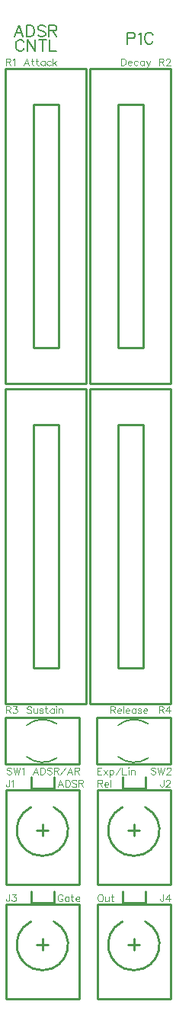
<source format=gbr>
G04 DipTrace 2.4.0.2*
%INTopSilk.gbr*%
%MOMM*%
%ADD10C,0.25*%
%ADD11C,0.152*%
%ADD48C,0.118*%
%ADD50C,0.196*%
%FSLAX53Y53*%
G04*
G71*
G90*
G75*
G01*
%LNTopSilk*%
%LPD*%
X381Y23800D2*
D10*
X8509D1*
Y13309D1*
X381D1*
Y23800D1*
X3181Y23954D2*
X5709D1*
X5715Y21843D2*
G02X3175Y21843I-1270J-2549D01*
G01*
X4445Y18669D2*
Y19938D1*
X5081Y19305D2*
X3809D1*
X3181Y25224D2*
Y23826D1*
X5709Y25224D2*
Y23826D1*
X10541Y23800D2*
X18669D1*
Y13309D1*
X10541D1*
Y23800D1*
X13341Y23954D2*
X15869D1*
X15875Y21843D2*
G02X13335Y21843I-1270J-2549D01*
G01*
X14605Y18669D2*
Y19938D1*
X15241Y19305D2*
X13969D1*
X13341Y25224D2*
Y23826D1*
X15869Y25224D2*
Y23826D1*
X381Y11100D2*
X8509D1*
Y609D1*
X381D1*
Y11100D1*
X3181Y11254D2*
X5709D1*
X5715Y9143D2*
G02X3175Y9143I-1270J-2549D01*
G01*
X4445Y5969D2*
Y7238D1*
X5081Y6605D2*
X3809D1*
X3181Y12524D2*
Y11126D1*
X5709Y12524D2*
Y11126D1*
X10541Y11100D2*
X18669D1*
Y609D1*
X10541D1*
Y11100D1*
X13341Y11254D2*
X15869D1*
X15875Y9143D2*
G02X13335Y9143I-1270J-2549D01*
G01*
X14605Y5969D2*
Y7238D1*
X15241Y6605D2*
X13969D1*
X13341Y12524D2*
Y11126D1*
X15869Y12524D2*
Y11126D1*
X326Y103860D2*
X9326D1*
Y68860D1*
X326D1*
Y103860D1*
X3425Y99859D2*
X6227D1*
Y72861D1*
X3425D1*
Y99859D1*
X9724Y103860D2*
X18724D1*
Y68860D1*
X9724D1*
Y103860D1*
X12823Y99859D2*
X15625D1*
Y72861D1*
X12823D1*
Y99859D1*
X326Y68300D2*
X9326D1*
Y33300D1*
X326D1*
Y68300D1*
X3425Y64299D2*
X6227D1*
Y37300D1*
X3425D1*
Y64299D1*
X9724Y68300D2*
X18724D1*
Y33300D1*
X9724D1*
Y68300D1*
X12823Y64299D2*
X15625D1*
Y37300D1*
X12823D1*
Y64299D1*
X8545Y31810D2*
X345D1*
Y26610D1*
X8545D1*
Y31810D1*
X6033Y31115D2*
D11*
G03X2698Y30956I-1561J-2318D01*
G01*
X6033Y27305D2*
G02X2698Y27464I-1561J2318D01*
G01*
X18705Y31810D2*
D10*
X10505D1*
Y26610D1*
X18705D1*
Y31810D1*
X16193Y31115D2*
D11*
G03X12858Y30956I-1561J-2318D01*
G01*
X16193Y27305D2*
G02X12858Y27464I-1561J2318D01*
G01*
X767Y24879D2*
D48*
Y24296D1*
X730Y24187D1*
X693Y24150D1*
X621Y24113D1*
X548D1*
X475Y24150D1*
X439Y24187D1*
X402Y24296D1*
Y24369D1*
X1002Y24732D2*
X1075Y24770D1*
X1185Y24878D1*
Y24113D1*
X17907Y24879D2*
Y24296D1*
X17871Y24187D1*
X17834Y24150D1*
X17762Y24113D1*
X17688D1*
X17616Y24150D1*
X17580Y24187D1*
X17543Y24296D1*
Y24369D1*
X18180Y24696D2*
Y24732D1*
X18216Y24806D1*
X18252Y24842D1*
X18325Y24878D1*
X18471D1*
X18544Y24842D1*
X18580Y24806D1*
X18617Y24732D1*
Y24660D1*
X18580Y24587D1*
X18507Y24478D1*
X18143Y24113D1*
X18653D1*
X762Y12179D2*
Y11596D1*
X725Y11487D1*
X688Y11450D1*
X616Y11413D1*
X543D1*
X470Y11450D1*
X434Y11487D1*
X397Y11596D1*
Y11669D1*
X1070Y12178D2*
X1470D1*
X1252Y11887D1*
X1362D1*
X1434Y11851D1*
X1470Y11814D1*
X1507Y11705D1*
Y11632D1*
X1470Y11523D1*
X1398Y11450D1*
X1288Y11413D1*
X1179D1*
X1070Y11450D1*
X1034Y11487D1*
X997Y11559D1*
X17889Y12179D2*
Y11596D1*
X17853Y11487D1*
X17816Y11450D1*
X17744Y11413D1*
X17670D1*
X17598Y11450D1*
X17562Y11487D1*
X17525Y11596D1*
Y11669D1*
X18489Y11413D2*
Y12178D1*
X18125Y11669D1*
X18671D1*
X393Y104611D2*
X720D1*
X830Y104648D1*
X867Y104684D1*
X903Y104757D1*
Y104830D1*
X867Y104903D1*
X830Y104940D1*
X720Y104976D1*
X393D1*
Y104210D1*
X648Y104611D2*
X903Y104210D1*
X1138Y104829D2*
X1212Y104866D1*
X1321Y104975D1*
Y104210D1*
X17406Y104611D2*
X17734D1*
X17843Y104648D1*
X17881Y104684D1*
X17917Y104757D1*
Y104830D1*
X17881Y104903D1*
X17843Y104940D1*
X17734Y104976D1*
X17406D1*
Y104210D1*
X17662Y104611D2*
X17917Y104210D1*
X18189Y104793D2*
Y104829D1*
X18225Y104903D1*
X18262Y104939D1*
X18335Y104975D1*
X18481D1*
X18553Y104939D1*
X18589Y104903D1*
X18626Y104829D1*
Y104757D1*
X18589Y104684D1*
X18517Y104575D1*
X18152Y104210D1*
X18662D1*
X388Y32694D2*
X715D1*
X825Y32731D1*
X862Y32767D1*
X898Y32839D1*
Y32913D1*
X862Y32985D1*
X825Y33022D1*
X715Y33058D1*
X388D1*
Y32293D1*
X643Y32694D2*
X898Y32293D1*
X1207Y33058D2*
X1607D1*
X1388Y32766D1*
X1498D1*
X1570Y32730D1*
X1607Y32694D1*
X1644Y32584D1*
Y32512D1*
X1607Y32402D1*
X1534Y32329D1*
X1425Y32293D1*
X1315D1*
X1207Y32329D1*
X1170Y32366D1*
X1133Y32438D1*
X17388Y32694D2*
X17716D1*
X17825Y32731D1*
X17862Y32767D1*
X17899Y32839D1*
Y32913D1*
X17862Y32985D1*
X17825Y33022D1*
X17716Y33058D1*
X17388D1*
Y32293D1*
X17643Y32694D2*
X17899Y32293D1*
X18499D2*
Y33058D1*
X18134Y32548D1*
X18681D1*
X992Y26148D2*
X920Y26222D1*
X810Y26258D1*
X665D1*
X555Y26222D1*
X482Y26148D1*
Y26076D1*
X519Y26003D1*
X555Y25966D1*
X628Y25930D1*
X847Y25857D1*
X920Y25821D1*
X956Y25784D1*
X992Y25711D1*
Y25602D1*
X920Y25529D1*
X810Y25492D1*
X665D1*
X555Y25529D1*
X482Y25602D1*
X1228Y26258D2*
X1410Y25492D1*
X1592Y26258D1*
X1774Y25492D1*
X1957Y26258D1*
X2192Y26111D2*
X2266Y26148D1*
X2375Y26257D1*
Y25492D1*
X17022Y26148D2*
X16949Y26222D1*
X16840Y26258D1*
X16694D1*
X16584Y26222D1*
X16511Y26148D1*
Y26076D1*
X16548Y26003D1*
X16584Y25966D1*
X16657Y25930D1*
X16876Y25857D1*
X16949Y25821D1*
X16985Y25784D1*
X17022Y25711D1*
Y25602D1*
X16949Y25529D1*
X16840Y25492D1*
X16694D1*
X16584Y25529D1*
X16511Y25602D1*
X17257Y26258D2*
X17440Y25492D1*
X17622Y26258D1*
X17804Y25492D1*
X17986Y26258D1*
X18259Y26075D2*
Y26111D1*
X18295Y26184D1*
X18331Y26221D1*
X18404Y26257D1*
X18550D1*
X18623Y26221D1*
X18659Y26184D1*
X18696Y26111D1*
Y26039D1*
X18659Y25965D1*
X18586Y25857D1*
X18222Y25492D1*
X18732D1*
X2968Y104208D2*
X2676Y104973D1*
X2385Y104208D1*
X2494Y104463D2*
X2859D1*
X3313Y104973D2*
Y104354D1*
X3349Y104245D1*
X3423Y104208D1*
X3495D1*
X3204Y104718D2*
X3459D1*
X3840Y104973D2*
Y104354D1*
X3876Y104245D1*
X3949Y104208D1*
X4022D1*
X3730Y104718D2*
X3986D1*
X4694D2*
Y104208D1*
Y104609D2*
X4622Y104682D1*
X4549Y104718D1*
X4440D1*
X4367Y104682D1*
X4294Y104609D1*
X4257Y104499D1*
Y104427D1*
X4294Y104317D1*
X4367Y104245D1*
X4440Y104208D1*
X4549D1*
X4622Y104245D1*
X4694Y104317D1*
X5368Y104609D2*
X5294Y104682D1*
X5221Y104718D1*
X5112D1*
X5039Y104682D1*
X4967Y104609D1*
X4930Y104499D1*
Y104427D1*
X4967Y104317D1*
X5039Y104245D1*
X5112Y104208D1*
X5221D1*
X5294Y104245D1*
X5368Y104317D1*
X5603Y104973D2*
Y104208D1*
X5968Y104718D2*
X5603Y104354D1*
X5749Y104499D2*
X6004Y104208D1*
X13212Y104990D2*
Y104225D1*
X13467D1*
X13577Y104262D1*
X13650Y104334D1*
X13686Y104408D1*
X13723Y104516D1*
Y104699D1*
X13686Y104808D1*
X13650Y104881D1*
X13577Y104954D1*
X13467Y104990D1*
X13212D1*
X13958Y104516D2*
X14395D1*
Y104589D1*
X14359Y104663D1*
X14323Y104699D1*
X14249Y104735D1*
X14140D1*
X14067Y104699D1*
X13994Y104626D1*
X13958Y104516D1*
Y104444D1*
X13994Y104334D1*
X14067Y104262D1*
X14140Y104225D1*
X14249D1*
X14323Y104262D1*
X14395Y104334D1*
X15068Y104626D2*
X14995Y104699D1*
X14922Y104735D1*
X14813D1*
X14740Y104699D1*
X14667Y104626D1*
X14630Y104516D1*
Y104444D1*
X14667Y104334D1*
X14740Y104262D1*
X14813Y104225D1*
X14922D1*
X14995Y104262D1*
X15068Y104334D1*
X15741Y104735D2*
Y104225D1*
Y104626D2*
X15668Y104699D1*
X15595Y104735D1*
X15486D1*
X15413Y104699D1*
X15341Y104626D1*
X15304Y104516D1*
Y104444D1*
X15341Y104334D1*
X15413Y104262D1*
X15486Y104225D1*
X15595D1*
X15668Y104262D1*
X15741Y104334D1*
X16013Y104735D2*
X16231Y104225D1*
X16159Y104079D1*
X16086Y104006D1*
X16013Y103970D1*
X15976D1*
X16450Y104735D2*
X16231Y104225D1*
X3238Y32934D2*
X3165Y33007D1*
X3056Y33043D1*
X2910D1*
X2801Y33007D1*
X2727Y32934D1*
Y32862D1*
X2764Y32788D1*
X2801Y32752D1*
X2873Y32716D1*
X3092Y32643D1*
X3165Y32606D1*
X3202Y32569D1*
X3238Y32497D1*
Y32387D1*
X3165Y32315D1*
X3056Y32278D1*
X2910D1*
X2801Y32315D1*
X2727Y32387D1*
X3473Y32788D2*
Y32424D1*
X3509Y32315D1*
X3583Y32278D1*
X3692D1*
X3765Y32315D1*
X3874Y32424D1*
Y32788D2*
Y32278D1*
X4510Y32679D2*
X4474Y32752D1*
X4365Y32788D1*
X4255D1*
X4146Y32752D1*
X4109Y32679D1*
X4146Y32606D1*
X4219Y32569D1*
X4401Y32533D1*
X4474Y32497D1*
X4510Y32424D1*
Y32387D1*
X4474Y32315D1*
X4365Y32278D1*
X4255D1*
X4146Y32315D1*
X4109Y32387D1*
X4855Y33043D2*
Y32424D1*
X4891Y32315D1*
X4965Y32278D1*
X5037D1*
X4746Y32788D2*
X5001D1*
X5709D2*
Y32278D1*
Y32679D2*
X5637Y32752D1*
X5564Y32788D1*
X5455D1*
X5382Y32752D1*
X5309Y32679D1*
X5272Y32569D1*
Y32497D1*
X5309Y32387D1*
X5382Y32315D1*
X5455Y32278D1*
X5564D1*
X5637Y32315D1*
X5709Y32387D1*
X5945Y33043D2*
X5981Y33007D1*
X6018Y33043D1*
X5981Y33081D1*
X5945Y33043D1*
X5981Y32788D2*
Y32278D1*
X6253Y32788D2*
Y32278D1*
Y32643D2*
X6363Y32752D1*
X6436Y32788D1*
X6545D1*
X6618Y32752D1*
X6654Y32643D1*
Y32278D1*
X12024Y32692D2*
X12352D1*
X12462Y32729D1*
X12499Y32765D1*
X12535Y32838D1*
Y32911D1*
X12499Y32984D1*
X12462Y33021D1*
X12352Y33057D1*
X12024D1*
Y32291D1*
X12280Y32692D2*
X12535Y32291D1*
X12770Y32583D2*
X13207D1*
Y32656D1*
X13171Y32729D1*
X13135Y32765D1*
X13062Y32802D1*
X12952D1*
X12880Y32765D1*
X12806Y32692D1*
X12770Y32583D1*
Y32510D1*
X12806Y32401D1*
X12880Y32328D1*
X12952Y32291D1*
X13062D1*
X13135Y32328D1*
X13207Y32401D1*
X13443Y33057D2*
Y32291D1*
X13678Y32583D2*
X14115D1*
Y32656D1*
X14079Y32729D1*
X14043Y32765D1*
X13969Y32802D1*
X13860D1*
X13787Y32765D1*
X13714Y32692D1*
X13678Y32583D1*
Y32510D1*
X13714Y32401D1*
X13787Y32328D1*
X13860Y32291D1*
X13969D1*
X14043Y32328D1*
X14115Y32401D1*
X14787Y32802D2*
Y32291D1*
Y32692D2*
X14715Y32765D1*
X14642Y32802D1*
X14533D1*
X14460Y32765D1*
X14387Y32692D1*
X14350Y32583D1*
Y32510D1*
X14387Y32401D1*
X14460Y32328D1*
X14533Y32291D1*
X14642D1*
X14715Y32328D1*
X14787Y32401D1*
X15424Y32692D2*
X15387Y32765D1*
X15278Y32802D1*
X15168D1*
X15059Y32765D1*
X15023Y32692D1*
X15059Y32620D1*
X15132Y32583D1*
X15314Y32546D1*
X15387Y32510D1*
X15424Y32437D1*
Y32401D1*
X15387Y32328D1*
X15278Y32291D1*
X15168D1*
X15059Y32328D1*
X15023Y32401D1*
X15659Y32583D2*
X16096D1*
Y32656D1*
X16060Y32729D1*
X16024Y32765D1*
X15950Y32802D1*
X15841D1*
X15768Y32765D1*
X15695Y32692D1*
X15659Y32583D1*
Y32510D1*
X15695Y32401D1*
X15768Y32328D1*
X15841Y32291D1*
X15950D1*
X16024Y32328D1*
X16096Y32401D1*
X3992Y25493D2*
X3700Y26258D1*
X3409Y25493D1*
X3518Y25748D2*
X3883D1*
X4228Y26258D2*
Y25493D1*
X4483D1*
X4592Y25530D1*
X4666Y25602D1*
X4702Y25676D1*
X4738Y25784D1*
Y25967D1*
X4702Y26076D1*
X4666Y26149D1*
X4592Y26222D1*
X4483Y26258D1*
X4228D1*
X5484Y26149D2*
X5412Y26222D1*
X5302Y26258D1*
X5156D1*
X5047Y26222D1*
X4974Y26149D1*
Y26076D1*
X5011Y26003D1*
X5047Y25967D1*
X5119Y25931D1*
X5338Y25857D1*
X5412Y25821D1*
X5448Y25784D1*
X5484Y25712D1*
Y25602D1*
X5412Y25530D1*
X5302Y25493D1*
X5156D1*
X5047Y25530D1*
X4974Y25602D1*
X5719Y25894D2*
X6047D1*
X6156Y25931D1*
X6193Y25967D1*
X6230Y26039D1*
Y26113D1*
X6193Y26185D1*
X6156Y26222D1*
X6047Y26258D1*
X5719D1*
Y25493D1*
X5974Y25894D2*
X6230Y25493D1*
X6465D2*
X6975Y26258D1*
X7794Y25493D2*
X7502Y26258D1*
X7211Y25493D1*
X7320Y25748D2*
X7685D1*
X8030Y25894D2*
X8357D1*
X8467Y25931D1*
X8504Y25967D1*
X8540Y26039D1*
Y26113D1*
X8504Y26185D1*
X8467Y26222D1*
X8357Y26258D1*
X8030D1*
Y25493D1*
X8285Y25894D2*
X8540Y25493D1*
X11027Y26258D2*
X10553D1*
Y25493D1*
X11027D1*
X10553Y25894D2*
X10845D1*
X11262Y26003D2*
X11663Y25493D1*
Y26003D2*
X11262Y25493D1*
X11898Y26003D2*
Y25238D1*
Y25894D2*
X11971Y25966D1*
X12044Y26003D1*
X12153D1*
X12227Y25966D1*
X12299Y25894D1*
X12336Y25784D1*
Y25711D1*
X12299Y25602D1*
X12227Y25529D1*
X12153Y25493D1*
X12044D1*
X11971Y25529D1*
X11898Y25602D1*
X12571Y25493D2*
X13082Y26258D1*
X13317D2*
Y25493D1*
X13754D1*
X13990Y26258D2*
X14026Y26222D1*
X14063Y26258D1*
X14026Y26295D1*
X13990Y26258D1*
X14026Y26003D2*
Y25493D1*
X14298Y26003D2*
Y25493D1*
Y25857D2*
X14408Y25967D1*
X14481Y26003D1*
X14590D1*
X14663Y25967D1*
X14699Y25857D1*
Y25493D1*
X6742Y24106D2*
X6449Y24872D1*
X6158Y24106D1*
X6268Y24361D2*
X6632D1*
X6977Y24872D2*
Y24106D1*
X7232D1*
X7342Y24143D1*
X7415Y24215D1*
X7451Y24289D1*
X7487Y24397D1*
Y24580D1*
X7451Y24690D1*
X7415Y24762D1*
X7342Y24835D1*
X7232Y24872D1*
X6977D1*
X8233Y24762D2*
X8161Y24835D1*
X8051Y24872D1*
X7906D1*
X7796Y24835D1*
X7723Y24762D1*
Y24690D1*
X7760Y24616D1*
X7796Y24580D1*
X7868Y24544D1*
X8087Y24471D1*
X8161Y24434D1*
X8197Y24397D1*
X8233Y24325D1*
Y24215D1*
X8161Y24143D1*
X8051Y24106D1*
X7906D1*
X7796Y24143D1*
X7723Y24215D1*
X8469Y24507D2*
X8796D1*
X8906Y24544D1*
X8943Y24580D1*
X8979Y24653D1*
Y24726D1*
X8943Y24798D1*
X8906Y24835D1*
X8796Y24872D1*
X8469D1*
Y24106D1*
X8724Y24507D2*
X8979Y24106D1*
X10603Y24507D2*
X10931D1*
X11041Y24544D1*
X11078Y24580D1*
X11114Y24653D1*
Y24726D1*
X11078Y24798D1*
X11041Y24835D1*
X10931Y24872D1*
X10603D1*
Y24106D1*
X10859Y24507D2*
X11114Y24106D1*
X11349Y24397D2*
X11786D1*
Y24471D1*
X11750Y24544D1*
X11714Y24580D1*
X11641Y24616D1*
X11531D1*
X11459Y24580D1*
X11385Y24507D1*
X11349Y24397D1*
Y24325D1*
X11385Y24215D1*
X11459Y24143D1*
X11531Y24106D1*
X11641D1*
X11714Y24143D1*
X11786Y24215D1*
X12022Y24872D2*
Y24106D1*
X6705Y11988D2*
X6668Y12061D1*
X6595Y12134D1*
X6523Y12170D1*
X6377D1*
X6304Y12134D1*
X6231Y12061D1*
X6194Y11988D1*
X6158Y11879D1*
Y11696D1*
X6194Y11587D1*
X6231Y11514D1*
X6304Y11442D1*
X6377Y11405D1*
X6523D1*
X6595Y11442D1*
X6668Y11514D1*
X6705Y11587D1*
Y11696D1*
X6523D1*
X7377Y11915D2*
Y11405D1*
Y11806D2*
X7305Y11879D1*
X7231Y11915D1*
X7123D1*
X7049Y11879D1*
X6977Y11806D1*
X6940Y11696D1*
Y11624D1*
X6977Y11514D1*
X7049Y11442D1*
X7123Y11405D1*
X7231D1*
X7305Y11442D1*
X7377Y11514D1*
X7722Y12170D2*
Y11550D1*
X7758Y11442D1*
X7831Y11405D1*
X7904D1*
X7612Y11915D2*
X7868D1*
X8139Y11696D2*
X8576D1*
Y11769D1*
X8540Y11843D1*
X8504Y11879D1*
X8431Y11915D1*
X8321D1*
X8249Y11879D1*
X8175Y11806D1*
X8139Y11696D1*
Y11624D1*
X8175Y11514D1*
X8249Y11442D1*
X8321Y11405D1*
X8431D1*
X8504Y11442D1*
X8576Y11514D1*
X10822Y12170D2*
X10749Y12134D1*
X10677Y12061D1*
X10640Y11988D1*
X10603Y11879D1*
Y11696D1*
X10640Y11587D1*
X10677Y11514D1*
X10749Y11442D1*
X10822Y11405D1*
X10968D1*
X11041Y11442D1*
X11114Y11514D1*
X11150Y11587D1*
X11186Y11696D1*
Y11879D1*
X11150Y11988D1*
X11114Y12061D1*
X11041Y12134D1*
X10968Y12170D1*
X10822D1*
X11422Y11915D2*
Y11550D1*
X11458Y11442D1*
X11531Y11405D1*
X11641D1*
X11713Y11442D1*
X11823Y11550D1*
Y11915D2*
Y11405D1*
X12167Y12170D2*
Y11550D1*
X12204Y11442D1*
X12277Y11405D1*
X12349D1*
X12058Y11915D2*
X12313D1*
X2304Y107403D2*
D50*
X1817Y108679D1*
X1331Y107403D1*
X1513Y107829D2*
X2121D1*
X2696Y108679D2*
Y107403D1*
X3121D1*
X3304Y107465D1*
X3426Y107586D1*
X3486Y107708D1*
X3547Y107889D1*
Y108194D1*
X3486Y108376D1*
X3426Y108497D1*
X3304Y108619D1*
X3121Y108679D1*
X2696D1*
X4790Y108497D2*
X4669Y108619D1*
X4486Y108679D1*
X4243D1*
X4061Y108619D1*
X3939Y108497D1*
Y108376D1*
X4001Y108254D1*
X4061Y108194D1*
X4182Y108133D1*
X4547Y108011D1*
X4669Y107951D1*
X4729Y107889D1*
X4790Y107768D1*
Y107586D1*
X4669Y107465D1*
X4486Y107403D1*
X4243D1*
X4061Y107465D1*
X3939Y107586D1*
X5182Y108071D2*
X5728D1*
X5910Y108133D1*
X5972Y108194D1*
X6032Y108314D1*
Y108436D1*
X5972Y108557D1*
X5910Y108619D1*
X5728Y108679D1*
X5182D1*
Y107403D1*
X5607Y108071D2*
X6032Y107403D1*
X2401Y106788D2*
X2340Y106909D1*
X2218Y107031D1*
X2098Y107092D1*
X1855D1*
X1733Y107031D1*
X1612Y106909D1*
X1550Y106788D1*
X1490Y106606D1*
Y106301D1*
X1550Y106120D1*
X1612Y105998D1*
X1733Y105877D1*
X1855Y105815D1*
X2098D1*
X2218Y105877D1*
X2340Y105998D1*
X2401Y106120D1*
X3644Y107092D2*
Y105815D1*
X2793Y107092D1*
Y105815D1*
X4461Y107092D2*
Y105815D1*
X4036Y107092D2*
X4887D1*
X5279D2*
Y105815D1*
X6007D1*
X13873Y107217D2*
X14421D1*
X14602Y107278D1*
X14664Y107339D1*
X14724Y107460D1*
Y107643D1*
X14664Y107763D1*
X14602Y107825D1*
X14421Y107885D1*
X13873D1*
Y106609D1*
X15116Y107641D2*
X15238Y107703D1*
X15421Y107884D1*
Y106609D1*
X16724Y107582D2*
X16664Y107703D1*
X16542Y107825D1*
X16421Y107885D1*
X16178D1*
X16056Y107825D1*
X15935Y107703D1*
X15873Y107582D1*
X15813Y107400D1*
Y107095D1*
X15873Y106914D1*
X15935Y106792D1*
X16056Y106671D1*
X16178Y106609D1*
X16421D1*
X16542Y106671D1*
X16664Y106792D1*
X16724Y106914D1*
M02*

</source>
